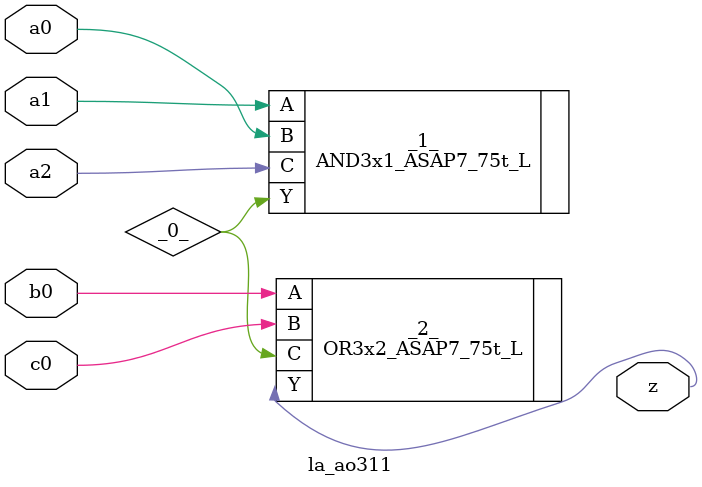
<source format=v>

/* Generated by Yosys 0.37 (git sha1 a5c7f69ed, clang 14.0.0-1ubuntu1.1 -fPIC -Os) */

module la_ao311(a0, a1, a2, b0, c0, z);
  wire _0_;
  input a0;
  wire a0;
  input a1;
  wire a1;
  input a2;
  wire a2;
  input b0;
  wire b0;
  input c0;
  wire c0;
  output z;
  wire z;
  AND3x1_ASAP7_75t_L _1_ (
    .A(a1),
    .B(a0),
    .C(a2),
    .Y(_0_)
  );
  OR3x2_ASAP7_75t_L _2_ (
    .A(b0),
    .B(c0),
    .C(_0_),
    .Y(z)
  );
endmodule

</source>
